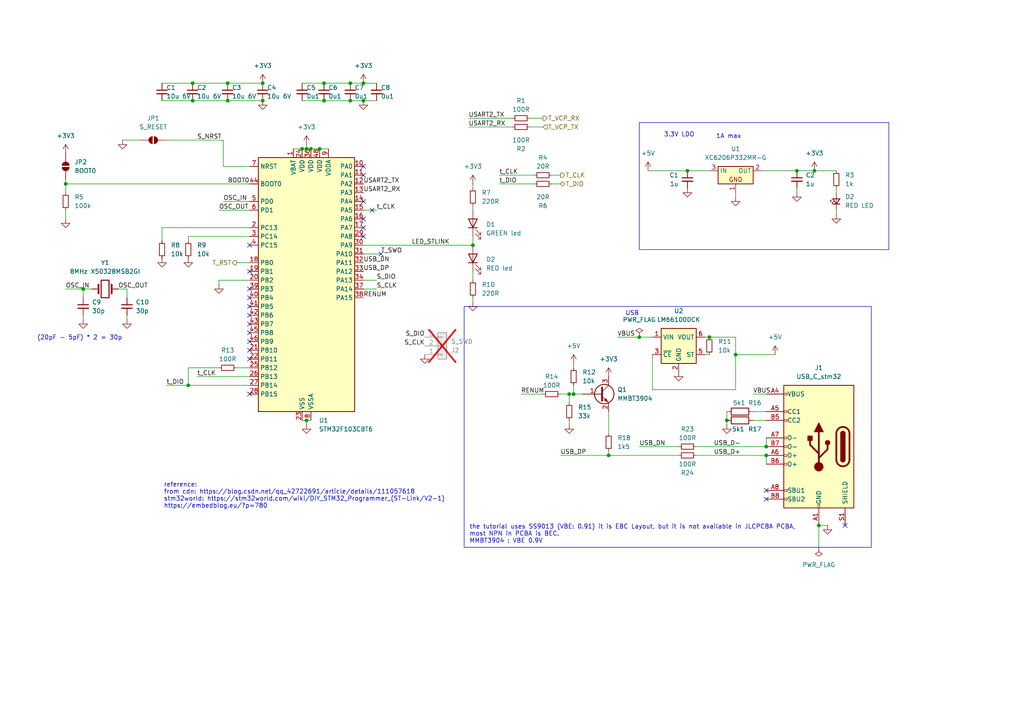
<source format=kicad_sch>
(kicad_sch (version 20231120) (generator "eeschema") (generator_version "8.0")
  (paper "A4")
  (title_block (title "STlink") (date "2025-05-04") (rev "1.0") (company "NTURacing Team") (comment 1 "Jack Kuo"))
  (lib_symbols
    (symbol "Connector:USB_C_Receptacle_USB2.0_16P" (pin_names (offset 1.016))
      (property "Reference" "J" (at 0 22.225 0))
      (property "Value" "USB_C_Receptacle_USB2.0_16P" (at 0 19.685 0))
      (symbol "USB_C_Receptacle_USB2.0_16P_0_0"
        (rectangle (start -0.254 -17.78) (end 0.254 -16.764))
        (rectangle (start 10.16 -14.986) (end 9.144 -15.494))
        (rectangle (start 10.16 -12.446) (end 9.144 -12.954))
        (rectangle (start 10.16 -4.826) (end 9.144 -5.334))
        (rectangle (start 10.16 -2.286) (end 9.144 -2.794))
        (rectangle (start 10.16 0.254) (end 9.144 -0.254))
        (rectangle (start 10.16 2.794) (end 9.144 2.286))
        (rectangle (start 10.16 7.874) (end 9.144 7.366))
        (rectangle (start 10.16 10.414) (end 9.144 9.906))
        (rectangle (start 10.16 15.494) (end 9.144 14.986))
      )
      (symbol "USB_C_Receptacle_USB2.0_16P_0_1"
        (rectangle (start -10.16 17.78) (end 10.16 -17.78) (stroke (width 0.254)) (fill (type background)))
        (arc (start -8.89 -3.81) (mid -6.985 -5.7067) (end -5.08 -3.81) (stroke (width 0.508)))
        (arc (start -7.62 -3.81) (mid -6.985 -4.4423) (end -6.35 -3.81) (stroke (width 0.254)))
        (arc (start -7.62 -3.81) (mid -6.985 -4.4423) (end -6.35 -3.81) (stroke (width 0.254)) (fill (type outline)))
        (rectangle (start -7.62 -3.81) (end -6.35 3.81) (stroke (width 0.254)) (fill (type outline)))
        (arc (start -6.35 3.81) (mid -6.985 4.4423) (end -7.62 3.81) (stroke (width 0.254)))
        (arc (start -6.35 3.81) (mid -6.985 4.4423) (end -7.62 3.81) (stroke (width 0.254)) (fill (type outline)))
        (arc (start -5.08 3.81) (mid -6.985 5.7067) (end -8.89 3.81) (stroke (width 0.508)))
        (circle (center -2.54 1.143) (radius 0.635) (stroke (width 0.254)) (fill (type outline)))
        (circle (center 0 -5.842) (radius 1.27) (fill (type outline)))
        (polyline (pts (xy -8.89 -3.81) (xy -8.89 3.81)) (stroke (width 0.508)))
        (polyline (pts (xy -5.08 3.81) (xy -5.08 -3.81)) (stroke (width 0.508)))
        (polyline (pts (xy 0 -5.842) (xy 0 4.318)) (stroke (width 0.508)))
        (polyline (pts (xy 0 -3.302) (xy -2.54 -0.762) (xy -2.54 0.508)) (stroke (width 0.508)))
        (polyline (pts (xy 0 -2.032) (xy 2.54 0.508) (xy 2.54 1.778)) (stroke (width 0.508)))
        (polyline (pts (xy -1.27 4.318) (xy 0 6.858) (xy 1.27 4.318) (xy -1.27 4.318)) (stroke (width 0.254)) (fill (type outline)))
        (rectangle (start 1.905 1.778) (end 3.175 3.048) (stroke (width 0.254)) (fill (type outline)))
      )
      (symbol "USB_C_Receptacle_USB2.0_16P_1_1"
        (pin passive line (at 0 -22.86 90) (length 5.08) (name "GND") (number "A1"))
        (pin passive line (at 0 -22.86 90) (length 5.08) hide (name "GND") (number "A12"))
        (pin passive line (at 15.24 15.24 180) (length 5.08) (name "VBUS") (number "A4"))
        (pin bidirectional line (at 15.24 10.16 180) (length 5.08) (name "CC1") (number "A5"))
        (pin bidirectional line (at 15.24 -2.54 180) (length 5.08) (name "D+") (number "A6"))
        (pin bidirectional line (at 15.24 2.54 180) (length 5.08) (name "D-") (number "A7"))
        (pin bidirectional line (at 15.24 -12.7 180) (length 5.08) (name "SBU1") (number "A8"))
        (pin passive line (at 15.24 15.24 180) (length 5.08) hide (name "VBUS") (number "A9"))
        (pin passive line (at 0 -22.86 90) (length 5.08) hide (name "GND") (number "B1"))
        (pin passive line (at 0 -22.86 90) (length 5.08) hide (name "GND") (number "B12"))
        (pin passive line (at 15.24 15.24 180) (length 5.08) hide (name "VBUS") (number "B4"))
        (pin bidirectional line (at 15.24 7.62 180) (length 5.08) (name "CC2") (number "B5"))
        (pin bidirectional line (at 15.24 -5.08 180) (length 5.08) (name "D+") (number "B6"))
        (pin bidirectional line (at 15.24 0 180) (length 5.08) (name "D-") (number "B7"))
        (pin bidirectional line (at 15.24 -15.24 180) (length 5.08) (name "SBU2") (number "B8"))
        (pin passive line (at 15.24 15.24 180) (length 5.08) hide (name "VBUS") (number "B9"))
        (pin passive line (at -7.62 -22.86 90) (length 5.08) (name "SHIELD") (number "S1"))
      )
    )
    (symbol "Connector_Generic:Conn_01x03" (pin_names (offset 1.016) hide)
      (property "Reference" "J" (at 0 5.08 0))
      (property "Value" "Conn_01x03" (at 0 -5.08 0))
      (symbol "Conn_01x03_1_1"
        (rectangle (start -1.27 -2.413) (end 0 -2.667) (stroke (width 0.1524)))
        (rectangle (start -1.27 0.127) (end 0 -0.127) (stroke (width 0.1524)))
        (rectangle (start -1.27 2.667) (end 0 2.413) (stroke (width 0.1524)))
        (rectangle (start -1.27 3.81) (end 1.27 -3.81) (stroke (width 0.254)) (fill (type background)))
        (pin passive line (at -5.08 2.54 0) (length 3.81) (name "Pin_1") (number "1"))
        (pin passive line (at -5.08 0 0) (length 3.81) (name "Pin_2") (number "2"))
        (pin passive line (at -5.08 -2.54 0) (length 3.81) (name "Pin_3") (number "3"))
      )
    )
    (symbol "Device:C_Small" (pin_numbers hide) (pin_names (offset 0.254) hide)
      (property "Reference" "C" (at 0.254 1.778 0))
      (property "Value" "C_Small" (at 0.254 -2.032 0))
      (symbol "C_Small_0_1"
        (polyline (pts (xy -1.524 -0.508) (xy 1.524 -0.508)) (stroke (width 0.3302)))
        (polyline (pts (xy -1.524 0.508) (xy 1.524 0.508)) (stroke (width 0.3048)))
      )
      (symbol "C_Small_1_1"
        (pin passive line (at 0 2.54 270) (length 2.032) (name "~") (number "1"))
        (pin passive line (at 0 -2.54 90) (length 2.032) (name "~") (number "2"))
      )
    )
    (symbol "Device:Crystal" (pin_numbers hide) (pin_names (offset 1.016) hide)
      (property "Reference" "Y" (at 0 3.81 0))
      (property "Value" "Crystal" (at 0 -3.81 0))
      (symbol "Crystal_0_1"
        (rectangle (start -1.143 2.54) (end 1.143 -2.54) (stroke (width 0.3048)))
        (polyline (pts (xy -2.54 0) (xy -1.905 0)))
        (polyline (pts (xy -1.905 -1.27) (xy -1.905 1.27)) (stroke (width 0.508)))
        (polyline (pts (xy 1.905 -1.27) (xy 1.905 1.27)) (stroke (width 0.508)))
        (polyline (pts (xy 2.54 0) (xy 1.905 0)))
      )
      (symbol "Crystal_1_1"
        (pin passive line (at -3.81 0 0) (length 1.27) (name "1") (number "1"))
        (pin passive line (at 3.81 0 180) (length 1.27) (name "2") (number "2"))
      )
    )
    (symbol "Device:LED" (pin_numbers hide) (pin_names (offset 1.016) hide)
      (property "Reference" "D" (at 0 2.54 0))
      (property "Value" "LED" (at 0 -2.54 0))
      (symbol "LED_0_1"
        (polyline (pts (xy -1.27 -1.27) (xy -1.27 1.27)) (stroke (width 0.254)))
        (polyline (pts (xy -1.27 0) (xy 1.27 0)))
        (polyline (pts (xy 1.27 -1.27) (xy 1.27 1.27) (xy -1.27 0) (xy 1.27 -1.27)) (stroke (width 0.254)))
        (polyline (pts (xy -3.048 -0.762) (xy -4.572 -2.286) (xy -3.81 -2.286) (xy -4.572 -2.286) (xy -4.572 -1.524)))
        (polyline (pts (xy -1.778 -0.762) (xy -3.302 -2.286) (xy -2.54 -2.286) (xy -3.302 -2.286) (xy -3.302 -1.524)))
      )
      (symbol "LED_1_1"
        (pin passive line (at -3.81 0 0) (length 2.54) (name "K") (number "1"))
        (pin passive line (at 3.81 0 180) (length 2.54) (name "A") (number "2"))
      )
    )
    (symbol "Device:LED_Small" (pin_numbers hide) (pin_names (offset 0.254) hide)
      (property "Reference" "D" (at -1.27 3.175 0))
      (property "Value" "LED_Small" (at -4.445 -2.54 0))
      (symbol "LED_Small_0_1"
        (polyline (pts (xy -0.762 -1.016) (xy -0.762 1.016)) (stroke (width 0.254)))
        (polyline (pts (xy 1.016 0) (xy -0.762 0)))
        (polyline (pts (xy 0.762 -1.016) (xy -0.762 0) (xy 0.762 1.016) (xy 0.762 -1.016)) (stroke (width 0.254)))
        (polyline (pts (xy 0 0.762) (xy -0.508 1.27) (xy -0.254 1.27) (xy -0.508 1.27) (xy -0.508 1.016)))
        (polyline (pts (xy 0.508 1.27) (xy 0 1.778) (xy 0.254 1.778) (xy 0 1.778) (xy 0 1.524)))
      )
      (symbol "LED_Small_1_1"
        (pin passive line (at -2.54 0 0) (length 1.778) (name "K") (number "1"))
        (pin passive line (at 2.54 0 180) (length 1.778) (name "A") (number "2"))
      )
    )
    (symbol "Device:R" (pin_numbers hide) (pin_names (offset 0))
      (property "Reference" "R" (at 2.032 0 90))
      (property "Value" "R" (at 0 0 90))
      (symbol "R_0_1"
        (rectangle (start -1.016 -2.54) (end 1.016 2.54) (stroke (width 0.254)))
      )
      (symbol "R_1_1"
        (pin passive line (at 0 3.81 270) (length 1.27) (name "~") (number "1"))
        (pin passive line (at 0 -3.81 90) (length 1.27) (name "~") (number "2"))
      )
    )
    (symbol "Device:R_Small" (pin_numbers hide) (pin_names (offset 0.254) hide)
      (property "Reference" "R" (at 0.762 0.508 0))
      (property "Value" "R_Small" (at 0.762 -1.016 0))
      (symbol "R_Small_0_1"
        (rectangle (start -0.762 1.778) (end 0.762 -1.778) (stroke (width 0.2032)))
      )
      (symbol "R_Small_1_1"
        (pin passive line (at 0 2.54 270) (length 0.762) (name "~") (number "1"))
        (pin passive line (at 0 -2.54 90) (length 0.762) (name "~") (number "2"))
      )
    )
    (symbol "Jumper:SolderJumper_2_Open" (pin_numbers hide) (pin_names (offset 0) hide) (exclude_from_sim yes) (in_bom no)
      (property "Reference" "JP" (at 0 2.032 0))
      (property "Value" "SolderJumper_2_Open" (at 0 -2.54 0))
      (symbol "SolderJumper_2_Open_0_1"
        (arc (start -0.254 1.016) (mid -1.2656 0) (end -0.254 -1.016))
        (arc (start -0.254 1.016) (mid -1.2656 0) (end -0.254 -1.016) (fill (type outline)))
        (polyline (pts (xy -0.254 1.016) (xy -0.254 -1.016)))
        (polyline (pts (xy 0.254 1.016) (xy 0.254 -1.016)))
        (arc (start 0.254 -1.016) (mid 1.2656 0) (end 0.254 1.016))
        (arc (start 0.254 -1.016) (mid 1.2656 0) (end 0.254 1.016) (fill (type outline)))
      )
      (symbol "SolderJumper_2_Open_1_1"
        (pin passive line (at -3.81 0 0) (length 2.54) (name "A") (number "1"))
        (pin passive line (at 3.81 0 180) (length 2.54) (name "B") (number "2"))
      )
    )
    (symbol "MCU_ST_STM32F1:STM32F103CBTx"
      (property "Reference" "U" (at -12.7 39.37 0))
      (property "Value" "STM32F103CBTx" (at 10.16 39.37 0))
      (symbol "STM32F103CBTx_0_1"
        (rectangle (start -12.7 -35.56) (end 15.24 38.1) (stroke (width 0.254)) (fill (type background)))
      )
      (symbol "STM32F103CBTx_1_1"
        (pin power_in line (at -2.54 40.64 270) (length 2.54) (name "VBAT") (number "1"))
        (pin bidirectional line (at 17.78 35.56 180) (length 2.54) (name "PA0") (number "10"))
        (pin bidirectional line (at 17.78 33.02 180) (length 2.54) (name "PA1") (number "11"))
        (pin bidirectional line (at 17.78 30.48 180) (length 2.54) (name "PA2") (number "12"))
        (pin bidirectional line (at 17.78 27.94 180) (length 2.54) (name "PA3") (number "13"))
        (pin bidirectional line (at 17.78 25.4 180) (length 2.54) (name "PA4") (number "14"))
        (pin bidirectional line (at 17.78 22.86 180) (length 2.54) (name "PA5") (number "15"))
        (pin bidirectional line (at 17.78 20.32 180) (length 2.54) (name "PA6") (number "16"))
        (pin bidirectional line (at 17.78 17.78 180) (length 2.54) (name "PA7") (number "17"))
        (pin bidirectional line (at -15.24 7.62 0) (length 2.54) (name "PB0") (number "18"))
        (pin bidirectional line (at -15.24 5.08 0) (length 2.54) (name "PB1") (number "19"))
        (pin bidirectional line (at -15.24 17.78 0) (length 2.54) (name "PC13") (number "2"))
        (pin bidirectional line (at -15.24 2.54 0) (length 2.54) (name "PB2") (number "20"))
        (pin bidirectional line (at -15.24 -17.78 0) (length 2.54) (name "PB10") (number "21"))
        (pin bidirectional line (at -15.24 -20.32 0) (length 2.54) (name "PB11") (number "22"))
        (pin power_in line (at 0 -38.1 90) (length 2.54) (name "VSS") (number "23"))
        (pin power_in line (at 0 40.64 270) (length 2.54) (name "VDD") (number "24"))
        (pin bidirectional line (at -15.24 -22.86 0) (length 2.54) (name "PB12") (number "25"))
        (pin bidirectional line (at -15.24 -25.4 0) (length 2.54) (name "PB13") (number "26"))
        (pin bidirectional line (at -15.24 -27.94 0) (length 2.54) (name "PB14") (number "27"))
        (pin bidirectional line (at -15.24 -30.48 0) (length 2.54) (name "PB15") (number "28"))
        (pin bidirectional line (at 17.78 15.24 180) (length 2.54) (name "PA8") (number "29"))
        (pin bidirectional line (at -15.24 15.24 0) (length 2.54) (name "PC14") (number "3"))
        (pin bidirectional line (at 17.78 12.7 180) (length 2.54) (name "PA9") (number "30"))
        (pin bidirectional line (at 17.78 10.16 180) (length 2.54) (name "PA10") (number "31"))
        (pin bidirectional line (at 17.78 7.62 180) (length 2.54) (name "PA11") (number "32"))
        (pin bidirectional line (at 17.78 5.08 180) (length 2.54) (name "PA12") (number "33"))
        (pin bidirectional line (at 17.78 2.54 180) (length 2.54) (name "PA13") (number "34"))
        (pin passive line (at 0 -38.1 90) (length 2.54) hide (name "VSS") (number "35"))
        (pin power_in line (at 2.54 40.64 270) (length 2.54) (name "VDD") (number "36"))
        (pin bidirectional line (at 17.78 0 180) (length 2.54) (name "PA14") (number "37"))
        (pin bidirectional line (at 17.78 -2.54 180) (length 2.54) (name "PA15") (number "38"))
        (pin bidirectional line (at -15.24 0 0) (length 2.54) (name "PB3") (number "39"))
        (pin bidirectional line (at -15.24 12.7 0) (length 2.54) (name "PC15") (number "4"))
        (pin bidirectional line (at -15.24 -2.54 0) (length 2.54) (name "PB4") (number "40"))
        (pin bidirectional line (at -15.24 -5.08 0) (length 2.54) (name "PB5") (number "41"))
        (pin bidirectional line (at -15.24 -7.62 0) (length 2.54) (name "PB6") (number "42"))
        (pin bidirectional line (at -15.24 -10.16 0) (length 2.54) (name "PB7") (number "43"))
        (pin input line (at -15.24 30.48 0) (length 2.54) (name "BOOT0") (number "44"))
        (pin bidirectional line (at -15.24 -12.7 0) (length 2.54) (name "PB8") (number "45"))
        (pin bidirectional line (at -15.24 -15.24 0) (length 2.54) (name "PB9") (number "46"))
        (pin passive line (at 0 -38.1 90) (length 2.54) hide (name "VSS") (number "47"))
        (pin power_in line (at 5.08 40.64 270) (length 2.54) (name "VDD") (number "48"))
        (pin bidirectional line (at -15.24 25.4 0) (length 2.54) (name "PD0") (number "5"))
        (pin bidirectional line (at -15.24 22.86 0) (length 2.54) (name "PD1") (number "6"))
        (pin input line (at -15.24 35.56 0) (length 2.54) (name "NRST") (number "7"))
        (pin power_in line (at 2.54 -38.1 90) (length 2.54) (name "VSSA") (number "8"))
        (pin power_in line (at 7.62 40.64 270) (length 2.54) (name "VDDA") (number "9"))
      )
    )
    (symbol "PCM_Voltage_Regulator_AKL:Regulator_Generic_GND_OUT_IN"
      (property "Reference" "U" (at 0 6.35 0))
      (property "Value" "Regulator_Generic_GND_OUT_IN" (at 0 3.81 0))
      (symbol "Regulator_Generic_GND_OUT_IN_0_0"
        (rectangle (start -5.08 1.27) (end 5.08 -3.81) (stroke (width 0.254)) (fill (type background)))
        (text "GND" (at 0 -2.54 0) (effects (font (size 1.27 1.27))))
      )
      (symbol "Regulator_Generic_GND_OUT_IN_1_1"
        (pin power_in line (at 0 -6.35 90) (length 2.54) (name "~") (number "1"))
        (pin power_out line (at 7.62 0 180) (length 2.54) (name "OUT") (number "2"))
        (pin power_in line (at -7.62 0 0) (length 2.54) (name "IN") (number "3"))
      )
    )
    (symbol "Power_Management:LM66100DCK"
      (property "Reference" "U" (at -5.08 6.096 0))
      (property "Value" "LM66100DCK" (at 0.254 -6.35 0))
      (symbol "LM66100DCK_0_1"
        (rectangle (start -5.08 5.08) (end 5.08 -5.08) (stroke (width 0.254)) (fill (type background)))
      )
      (symbol "LM66100DCK_1_1"
        (pin power_in line (at -7.62 2.54 0) (length 2.54) (name "VIN") (number "1"))
        (pin power_in line (at 0 -7.62 90) (length 2.54) (name "GND") (number "2"))
        (pin input line (at -7.62 -2.54 0) (length 2.54) (name "~{CE}") (number "3"))
        (pin no_connect line (at 0 5.08 270) (length 2.54) hide (name "NC") (number "4"))
        (pin open_collector line (at 7.62 -2.54 180) (length 2.54) (name "ST") (number "5"))
        (pin power_out line (at 7.62 2.54 180) (length 2.54) (name "VOUT") (number "6"))
      )
    )
    (symbol "Transistor_BJT:MMBT3904" (pin_names (offset 0) hide)
      (property "Reference" "Q" (at 5.08 1.905 0))
      (property "Value" "MMBT3904" (at 5.08 0 0))
      (symbol "MMBT3904_0_1"
        (polyline (pts (xy 0.635 0.635) (xy 2.54 2.54)))
        (polyline (pts (xy 0.635 -0.635) (xy 2.54 -2.54) (xy 2.54 -2.54)))
        (polyline (pts (xy 0.635 1.905) (xy 0.635 -1.905) (xy 0.635 -1.905)) (stroke (width 0.508)))
        (polyline (pts (xy 1.27 -1.778) (xy 1.778 -1.27) (xy 2.286 -2.286) (xy 1.27 -1.778) (xy 1.27 -1.778)) (fill (type outline)))
        (circle (center 1.27 0) (radius 2.8194) (stroke (width 0.254)))
      )
      (symbol "MMBT3904_1_1"
        (pin input line (at -5.08 0 0) (length 5.715) (name "B") (number "1"))
        (pin passive line (at 2.54 -5.08 90) (length 2.54) (name "E") (number "2"))
        (pin passive line (at 2.54 5.08 270) (length 2.54) (name "C") (number "3"))
      )
    )
    (symbol "power:+3V3" (power) (pin_numbers hide) (pin_names (offset 0) hide)
      (property "Value" "+3V3" (at 0 3.556 0))
      (symbol "+3V3_0_1"
        (polyline (pts (xy -0.762 1.27) (xy 0 2.54)))
        (polyline (pts (xy 0 0) (xy 0 2.54)))
        (polyline (pts (xy 0 2.54) (xy 0.762 1.27)))
      )
      (symbol "+3V3_1_1"
        (pin power_in line (at 0 0 90) (length 0) (name "~") (number "1"))
      )
    )
    (symbol "power:+5V" (power) (pin_numbers hide) (pin_names (offset 0) hide)
      (property "Value" "+5V" (at 0 3.556 0))
      (symbol "+5V_0_1"
        (polyline (pts (xy -0.762 1.27) (xy 0 2.54)))
        (polyline (pts (xy 0 0) (xy 0 2.54)))
        (polyline (pts (xy 0 2.54) (xy 0.762 1.27)))
      )
      (symbol "+5V_1_1"
        (pin power_in line (at 0 0 90) (length 0) (name "~") (number "1"))
      )
    )
    (symbol "power:GND" (power) (pin_numbers hide) (pin_names (offset 0) hide)
      (property "Value" "GND" (at 0 -3.81 0))
      (symbol "GND_0_1"
        (polyline (pts (xy 0 0) (xy 0 -1.27) (xy 1.27 -1.27) (xy 0 -2.54) (xy -1.27 -1.27) (xy 0 -1.27)))
      )
      (symbol "GND_1_1"
        (pin power_in line (at 0 0 270) (length 0) (name "~") (number "1"))
      )
    )
    (symbol "power:PWR_FLAG" (power) (pin_numbers hide) (pin_names (offset 0) hide)
      (property "Value" "PWR_FLAG" (at 0 3.81 0))
      (symbol "PWR_FLAG_0_0"
        (pin power_out line (at 0 0 90) (length 0) (name "~") (number "1"))
      )
      (symbol "PWR_FLAG_0_1"
        (polyline (pts (xy 0 0) (xy 0 1.27) (xy -1.016 1.905) (xy 0 2.54) (xy 1.016 1.905) (xy 0 1.27)))
      )
    )
  )
  (junction (at 93.98 24.13))
  (junction (at 87.63 43.18))
  (junction (at 222.25 129.54))
  (junction (at 105.41 24.13))
  (junction (at 93.98 29.21))
  (junction (at 231.14 49.53))
  (junction (at 165.1 114.3))
  (junction (at 166.37 114.3))
  (junction (at 24.13 83.82))
  (junction (at 92.71 43.18))
  (junction (at 88.9 121.92))
  (junction (at 88.9 43.18))
  (junction (at 66.04 29.21))
  (junction (at 237.49 152.4))
  (junction (at 19.05 53.34))
  (junction (at 76.2 24.13))
  (junction (at 54.61 111.76))
  (junction (at 55.88 29.21))
  (junction (at 66.04 24.13))
  (junction (at 137.16 71.12))
  (junction (at 176.53 132.08))
  (junction (at 55.88 24.13))
  (junction (at 105.41 29.21))
  (junction (at 101.6 24.13))
  (junction (at 236.22 49.53))
  (junction (at 76.2 29.21))
  (junction (at 101.6 29.21))
  (junction (at 185.42 97.79))
  (junction (at 213.36 102.87))
  (junction (at 90.17 43.18))
  (junction (at 199.39 49.53))
  (junction (at 210.82 121.92))
  (junction (at 222.25 132.08))
  (junction (at 205.74 97.79))
  (no_connect (at 72.39 104.14))
  (no_connect (at 72.39 86.36))
  (no_connect (at 72.39 93.98))
  (no_connect (at 72.39 71.12))
  (no_connect (at 72.39 78.74))
  (no_connect (at 105.41 48.26))
  (no_connect (at 72.39 114.3))
  (no_connect (at 245.11 152.4))
  (no_connect (at 105.41 58.42))
  (no_connect (at 110.49 73.66))
  (no_connect (at 222.25 144.78))
  (no_connect (at 72.39 99.06))
  (no_connect (at 105.41 63.5))
  (no_connect (at 72.39 91.44))
  (no_connect (at 72.39 83.82))
  (no_connect (at 105.41 50.8))
  (no_connect (at 72.39 96.52))
  (no_connect (at 222.25 142.24))
  (no_connect (at 107.95 60.96))
  (no_connect (at 105.41 66.04))
  (no_connect (at 105.41 68.58))
  (no_connect (at 72.39 88.9))
  (no_connect (at 72.39 101.6))
  (wire (pts (xy 137.16 81.28) (xy 137.16 78.74)))
  (wire (pts (xy 137.16 87.63) (xy 137.16 86.36)))
  (wire (pts (xy 88.9 41.91) (xy 88.9 43.18)))
  (wire (pts (xy 199.39 49.53) (xy 205.74 49.53)))
  (wire (pts (xy 88.9 43.18) (xy 87.63 43.18)))
  (wire (pts (xy 137.16 71.12) (xy 137.16 68.58)))
  (wire (pts (xy 162.56 132.08) (xy 176.53 132.08)))
  (wire (pts (xy 92.71 43.18) (xy 95.25 43.18)))
  (wire (pts (xy 40.64 40.64) (xy 35.56 40.64)))
  (wire (pts (xy 109.22 60.96) (xy 105.41 60.96)))
  (wire (pts (xy 46.99 29.21) (xy 55.88 29.21)))
  (wire (pts (xy 88.9 121.92) (xy 87.63 121.92)))
  (wire (pts (xy 48.26 111.76) (xy 54.61 111.76)))
  (wire (pts (xy 63.5 106.68) (xy 54.61 106.68)))
  (wire (pts (xy 213.36 102.87) (xy 213.36 97.79)))
  (wire (pts (xy 166.37 111.76) (xy 166.37 114.3)))
  (wire (pts (xy 90.17 43.18) (xy 92.71 43.18)))
  (wire (pts (xy 19.05 55.88) (xy 19.05 53.34)))
  (wire (pts (xy 55.88 29.21) (xy 66.04 29.21)))
  (wire (pts (xy 231.14 55.88) (xy 231.14 54.61)))
  (wire (pts (xy 64.77 48.26) (xy 72.39 48.26)))
  (wire (pts (xy 54.61 106.68) (xy 54.61 111.76)))
  (wire (pts (xy 189.23 102.87) (xy 189.23 113.03)))
  (wire (pts (xy 24.13 83.82) (xy 26.67 83.82)))
  (wire (pts (xy 88.9 43.18) (xy 90.17 43.18)))
  (wire (pts (xy 68.58 76.2) (xy 72.39 76.2)))
  (wire (pts (xy 105.41 71.12) (xy 137.16 71.12)))
  (wire (pts (xy 166.37 105.41) (xy 166.37 106.68)))
  (wire (pts (xy 66.04 24.13) (xy 76.2 24.13)))
  (wire (pts (xy 176.53 132.08) (xy 196.85 132.08)))
  (wire (pts (xy 196.85 129.54) (xy 185.42 129.54)))
  (wire (pts (xy 46.99 69.85) (xy 46.99 66.04)))
  (wire (pts (xy 220.98 49.53) (xy 231.14 49.53)))
  (wire (pts (xy 87.63 43.18) (xy 85.09 43.18)))
  (wire (pts (xy 218.44 121.92) (xy 222.25 121.92)))
  (wire (pts (xy 105.41 83.82) (xy 109.22 83.82)))
  (wire (pts (xy 222.25 127) (xy 222.25 129.54)))
  (wire (pts (xy 57.15 109.22) (xy 72.39 109.22)))
  (wire (pts (xy 24.13 91.44) (xy 24.13 92.71)))
  (wire (pts (xy 34.29 83.82) (xy 36.83 83.82)))
  (wire (pts (xy 137.16 59.69) (xy 137.16 60.96)))
  (wire (pts (xy 166.37 114.3) (xy 168.91 114.3)))
  (wire (pts (xy 101.6 24.13) (xy 105.41 24.13)))
  (wire (pts (xy 153.67 34.29) (xy 157.48 34.29)))
  (wire (pts (xy 48.26 40.64) (xy 64.77 40.64)))
  (wire (pts (xy 19.05 83.82) (xy 24.13 83.82)))
  (wire (pts (xy 151.13 114.3) (xy 157.48 114.3)))
  (wire (pts (xy 160.02 53.34) (xy 162.56 53.34)))
  (wire (pts (xy 87.63 24.13) (xy 93.98 24.13)))
  (wire (pts (xy 237.49 152.4) (xy 237.49 158.75)))
  (wire (pts (xy 160.02 50.8) (xy 162.56 50.8)))
  (wire (pts (xy 105.41 24.13) (xy 109.22 24.13)))
  (wire (pts (xy 24.13 83.82) (xy 24.13 86.36)))
  (wire (pts (xy 218.44 119.38) (xy 222.25 119.38)))
  (wire (pts (xy 105.41 81.28) (xy 109.22 81.28)))
  (wire (pts (xy 213.36 113.03) (xy 213.36 102.87)))
  (wire (pts (xy 218.44 114.3) (xy 222.25 114.3)))
  (wire (pts (xy 135.89 34.29) (xy 148.59 34.29)))
  (wire (pts (xy 165.1 114.3) (xy 166.37 114.3)))
  (wire (pts (xy 46.99 24.13) (xy 55.88 24.13)))
  (wire (pts (xy 213.36 102.87) (xy 224.79 102.87)))
  (wire (pts (xy 153.67 36.83) (xy 157.48 36.83)))
  (wire (pts (xy 36.83 86.36) (xy 36.83 83.82)))
  (wire (pts (xy 101.6 29.21) (xy 105.41 29.21)))
  (wire (pts (xy 210.82 119.38) (xy 210.82 121.92)))
  (wire (pts (xy 185.42 97.79) (xy 189.23 97.79)))
  (wire (pts (xy 64.77 48.26) (xy 64.77 40.64)))
  (wire (pts (xy 135.89 36.83) (xy 148.59 36.83)))
  (wire (pts (xy 55.88 24.13) (xy 66.04 24.13)))
  (wire (pts (xy 105.41 29.21) (xy 109.22 29.21)))
  (wire (pts (xy 54.61 68.58) (xy 54.61 69.85)))
  (wire (pts (xy 201.93 132.08) (xy 222.25 132.08)))
  (wire (pts (xy 63.5 60.96) (xy 72.39 60.96)))
  (wire (pts (xy 93.98 29.21) (xy 101.6 29.21)))
  (wire (pts (xy 179.07 97.79) (xy 185.42 97.79)))
  (wire (pts (xy 201.93 129.54) (xy 222.25 129.54)))
  (wire (pts (xy 63.5 81.28) (xy 63.5 82.55)))
  (wire (pts (xy 176.53 125.73) (xy 176.53 119.38)))
  (wire (pts (xy 231.14 49.53) (xy 236.22 49.53)))
  (wire (pts (xy 87.63 29.21) (xy 93.98 29.21)))
  (wire (pts (xy 162.56 114.3) (xy 165.1 114.3)))
  (wire (pts (xy 88.9 121.92) (xy 90.17 121.92)))
  (wire (pts (xy 187.96 49.53) (xy 199.39 49.53)))
  (wire (pts (xy 205.74 97.79) (xy 213.36 97.79)))
  (wire (pts (xy 240.03 152.4) (xy 237.49 152.4)))
  (wire (pts (xy 54.61 111.76) (xy 72.39 111.76)))
  (wire (pts (xy 165.1 123.19) (xy 165.1 121.92)))
  (wire (pts (xy 213.36 57.15) (xy 213.36 55.88)))
  (wire (pts (xy 72.39 68.58) (xy 54.61 68.58)))
  (wire (pts (xy 19.05 53.34) (xy 72.39 53.34)))
  (wire (pts (xy 19.05 63.5) (xy 19.05 60.96)))
  (wire (pts (xy 93.98 24.13) (xy 101.6 24.13)))
  (wire (pts (xy 242.57 62.23) (xy 242.57 60.96)))
  (wire (pts (xy 36.83 91.44) (xy 36.83 92.71)))
  (wire (pts (xy 154.94 53.34) (xy 144.78 53.34)))
  (wire (pts (xy 46.99 66.04) (xy 72.39 66.04)))
  (wire (pts (xy 105.41 73.66) (xy 110.49 73.66)))
  (wire (pts (xy 88.9 121.92) (xy 88.9 123.19)))
  (wire (pts (xy 204.47 97.79) (xy 205.74 97.79)))
  (wire (pts (xy 236.22 49.53) (xy 242.57 49.53)))
  (wire (pts (xy 189.23 113.03) (xy 213.36 113.03)))
  (wire (pts (xy 68.58 106.68) (xy 72.39 106.68)))
  (wire (pts (xy 72.39 81.28) (xy 63.5 81.28)))
  (wire (pts (xy 204.47 102.87) (xy 205.74 102.87)))
  (wire (pts (xy 144.78 50.8) (xy 154.94 50.8)))
  (wire (pts (xy 64.77 58.42) (xy 72.39 58.42)))
  (wire (pts (xy 137.16 54.61) (xy 137.16 53.34)))
  (wire (pts (xy 242.57 54.61) (xy 242.57 55.88)))
  (wire (pts (xy 176.53 130.81) (xy 176.53 132.08)))
  (wire (pts (xy 165.1 116.84) (xy 165.1 114.3)))
  (wire (pts (xy 19.05 52.07) (xy 19.05 53.34)))
  (wire (pts (xy 66.04 29.21) (xy 76.2 29.21)))
  (wire (pts (xy 210.82 121.92) (xy 210.82 123.19)))
  (wire (pts (xy 222.25 132.08) (xy 222.25 134.62)))
  (rectangle (start 185.42 35.56) (end 257.81 72.39))
  (rectangle (start 134.62 88.9) (end 252.73 158.75))
  (text "the tutorial uses SS9013 (VBE: 0.91) it is EBC Layout, but it is not available in JLCPCBA PCBA,\nmost NPN in PCBA is BEC.\nMMBT3904 : VBE 0.9V" (at 136.144 154.94 0) (effects (font (size 1.27 1.27)) (justify left)))
  (text "3.3V LDO" (at 192.532 39.878 0) (effects (font (size 1.27 1.27)) (justify left bottom)))
  (text "(20pF - 5pF) * 2 = 30p" (at 23.114 98.044 0) (effects (font (size 1.27 1.27))))
  (text "USB" (at 181.356 91.694 0) (effects (font (size 1.27 1.27)) (justify left bottom)))
  (text "1A max" (at 211.328 39.624 0) (effects (font (size 1.27 1.27))))
  (text "reference:\nfrom cdn: https://blog.csdn.net/qq_42722691/article/details/111057618\nstm32world: https://stm32world.com/wiki/DIY_STM32_Programmer_(ST-Link/V2-1)\nhttps://embedblog.eu/?p=780" (at 47.498 139.954 0) (effects (font (size 1.27 1.27)) (justify left top)))
  (label "t_CLK" (at 57.15 109.22 0))
  (label "S_DIO" (at 109.22 81.28 0))
  (label "OSC_OUT" (at 63.5 60.96 0))
  (label "T_SWO" (at 110.49 73.66 0))
  (label "t_CLK" (at 144.78 50.8 0))
  (label "USB_DN" (at 185.42 129.54 0))
  (label "OSC_IN" (at 64.77 58.42 0))
  (label "t_CLK" (at 109.22 60.96 0))
  (label "OSC_IN" (at 19.05 83.82 0))
  (label "USART2_TX" (at 135.89 34.29 0))
  (label "S_CLK" (at 123.19 100.33 180))
  (label "USB_D-" (at 207.01 129.54 0))
  (label "USART2_RX" (at 105.41 55.88 0))
  (label "S_DIO" (at 123.19 97.79 180))
  (label "USART2_RX" (at 135.89 36.83 0))
  (label "USB_D+" (at 207.01 132.08 0))
  (label "USB_DN" (at 105.41 76.2 0))
  (label "t_DIO" (at 48.26 111.76 0))
  (label "VBUS" (at 179.07 97.79 0))
  (label "OSC_OUT" (at 34.29 83.82 0))
  (label "RENUM" (at 105.41 86.36 0))
  (label "S_NRST" (at 57.15 40.64 0))
  (label "t_DIO" (at 144.78 53.34 0))
  (label "RENUM" (at 151.13 114.3 0))
  (label "BOOT0" (at 66.04 53.34 0))
  (label "VBUS" (at 218.44 114.3 0))
  (label "LED_STLINK" (at 119.38 71.12 0))
  (label "S_CLK" (at 109.22 83.82 0))
  (label "USB_DP" (at 162.56 132.08 0))
  (label "USART2_TX" (at 105.41 53.34 0))
  (label "USB_DP" (at 105.41 78.74 0))
  (hierarchical_label "T_VCP_RX" (shape output) (at 157.48 34.29 0))
  (hierarchical_label "T_VCP_TX" (shape input) (at 157.48 36.83 0))
  (hierarchical_label "T_CLK" (shape output) (at 162.56 50.8 0))
  (hierarchical_label "T_DIO" (shape bidirectional) (at 162.56 53.34 0))
  (hierarchical_label "T_RST" (shape output) (at 68.58 76.2 180))
  (symbol (lib_id "Device:R_Small") (at 176.53 128.27 0) (unit 1)
    (property "Reference" "R18" (at 179.07 127 0) (effects (justify left)))
    (property "Value" "1k5" (at 179.07 129.54 0) (effects (justify left)))
    (property "Footprint" "Resistor_SMD:R_0402_1005Metric" (effects (hide yes)))
    (property "Description" "Resistor, small symbol" (effects (hide yes)))
  )
  (symbol (lib_id "power:GND") (at 196.85 107.95 0) (unit 1)
    (property "Reference" "#PWR019" (effects (hide yes)))
    (property "Value" "GND" (effects (hide yes)))
    (property "Description" "Power symbol creates a global label with name \"GND\" , ground" (effects (hide yes)))
  )
  (symbol (lib_id "Jumper:SolderJumper_2_Open") (at 44.45 40.64 0) (unit 1) (exclude_from_sim yes) (in_bom no)
    (property "Reference" "JP1" (at 44.45 34.29 0))
    (property "Value" "S_RESET" (at 44.45 36.83 0))
    (property "Footprint" "Jumper:SolderJumper-2_P1.3mm_Open_RoundedPad1.0x1.5mm" (effects (hide yes)))
    (property "Description" "Solder Jumper, 2-pole, open" (effects (hide yes)))
  )
  (symbol (lib_id "power:+3V3") (at 176.53 109.22 0) (unit 1)
    (property "Reference" "#PWR020" (effects (hide yes)))
    (property "Value" "+3V3" (at 176.53 104.14 0))
    (property "Description" "Power symbol creates a global label with name \"+3V3\"" (effects (hide yes)))
  )
  (symbol (lib_id "Device:R_Small") (at 160.02 114.3 90) (unit 1)
    (property "Reference" "R14" (at 160.02 109.22 90))
    (property "Value" "100R" (at 160.02 111.76 90))
    (property "Footprint" "Resistor_SMD:R_0402_1005Metric" (effects (hide yes)))
    (property "Description" "Resistor, small symbol" (effects (hide yes)))
  )
  (symbol (lib_id "Device:R_Small") (at 157.48 50.8 90) (unit 1)
    (property "Reference" "R4" (at 157.48 45.72 90))
    (property "Value" "20R" (at 157.48 48.26 90))
    (property "Footprint" "Resistor_SMD:R_0402_1005Metric" (effects (hide yes)))
    (property "Description" "Resistor, small symbol" (effects (hide yes)))
  )
  (symbol (lib_id "power:GND") (at 54.61 74.93 0) (unit 1)
    (property "Reference" "#PWR012" (effects (hide yes)))
    (property "Value" "GND" (effects (hide yes)))
    (property "Description" "Power symbol creates a global label with name \"GND\" , ground" (effects (hide yes)))
  )
  (symbol (lib_id "Device:C_Small") (at 46.99 26.67 0) (unit 1)
    (property "Reference" "C1" (at 48.26 25.4 0) (effects (justify left)))
    (property "Value" "10u 6V" (at 48.26 27.94 0) (effects (justify left)))
    (property "Footprint" "Capacitor_SMD:C_0402_1005Metric" (effects (hide yes)))
    (property "Description" "Unpolarized capacitor, small symbol" (effects (hide yes)))
  )
  (symbol (lib_id "power:+3V3") (at 19.05 44.45 0) (unit 1)
    (property "Reference" "#PWR07" (effects (hide yes)))
    (property "Value" "+3V3" (at 19.05 39.37 0))
    (property "Description" "Power symbol creates a global label with name \"+3V3\"" (effects (hide yes)))
  )
  (symbol (lib_id "Device:C_Small") (at 231.14 52.07 0) (unit 1)
    (property "Reference" "C2" (at 233.68 50.8 0) (effects (justify left)))
    (property "Value" "1u" (at 233.68 53.34 0) (effects (justify left)))
    (property "Footprint" "Capacitor_SMD:C_0603_1608Metric" (effects (hide yes)))
    (property "Description" "Unpolarized capacitor, small symbol" (effects (hide yes)))
  )
  (symbol (lib_id "power:GND") (at 231.14 55.88 0) (unit 1)
    (property "Reference" "#PWR06" (effects (hide yes)))
    (property "Value" "GND" (effects (hide yes)))
    (property "Description" "Power symbol creates a global label with name \"GND\" , ground" (effects (hide yes)))
  )
  (symbol (lib_id "power:GND") (at 123.19 102.87 0) (unit 1)
    (property "Reference" "#PWR026" (effects (hide yes)))
    (property "Value" "GND" (effects (hide yes)))
    (property "Description" "Power symbol creates a global label with name \"GND\" , ground" (effects (hide yes)))
  )
  (symbol (lib_id "Device:R") (at 214.63 119.38 90) (unit 1)
    (property "Reference" "R16" (at 218.948 116.84 90))
    (property "Value" "5k1" (at 214.376 116.84 90))
    (property "Footprint" "Resistor_SMD:R_0402_1005Metric" (effects (hide yes)))
    (property "Description" "Resistor" (effects (hide yes)))
  )
  (symbol (lib_id "power:PWR_FLAG") (at 185.42 97.79 0) (unit 1)
    (property "Reference" "#FLG01" (effects (hide yes)))
    (property "Value" "PWR_FLAG" (at 185.42 92.71 0))
    (property "Description" "Special symbol for telling ERC where power comes from" (effects (hide yes)))
  )
  (symbol (lib_id "Device:LED") (at 137.16 74.93 90) (unit 1)
    (property "Reference" "D2" (at 140.97 75.2474 90) (effects (justify right)))
    (property "Value" "RED led" (at 140.97 77.7874 90) (effects (justify right)))
    (property "Footprint" "LED_SMD:LED_0603_1608Metric" (effects (hide yes)))
    (property "Description" "Light emitting diode" (effects (hide yes)))
  )
  (symbol (lib_id "Device:C_Small") (at 76.2 26.67 0) (unit 1)
    (property "Reference" "C4" (at 77.47 25.4 0) (effects (justify left)))
    (property "Value" "10u 6V" (at 77.47 27.94 0) (effects (justify left)))
    (property "Footprint" "Capacitor_SMD:C_0402_1005Metric" (effects (hide yes)))
    (property "Description" "Unpolarized capacitor, small symbol" (effects (hide yes)))
  )
  (symbol (lib_id "Power_Management:LM66100DCK") (at 196.85 100.33 0) (unit 1)
    (property "Reference" "U2" (at 196.85 90.17 0))
    (property "Value" "LM66100DCK" (at 196.85 92.71 0))
    (property "Footprint" "Package_TO_SOT_SMD:SOT-363_SC-70-6" (effects (hide yes)))
    (property "Datasheet" "https://www.ti.com/lit/ds/symlink/lm66100.pdf" (effects (hide yes)))
    (property "Description" "Ideal Diode With Input Polarity Protection 1.5 - 5.5V  Input Voltage, 1.5A Output Current, Ron 141 mOhm, SC-70-6" (effects (hide yes)))
  )
  (symbol (lib_id "Device:R_Small") (at 199.39 129.54 270) (unit 1)
    (property "Reference" "R23" (at 199.39 124.46 90))
    (property "Value" "100R" (at 199.39 127 90))
    (property "Footprint" "Resistor_SMD:R_0402_1005Metric" (effects (hide yes)))
    (property "Description" "Resistor, small symbol" (effects (hide yes)))
  )
  (symbol (lib_id "power:GND") (at 199.39 54.61 0) (mirror y) (unit 1)
    (property "Reference" "#PWR05" (effects (hide yes)))
    (property "Value" "GND" (effects (hide yes)))
    (property "Description" "Power symbol creates a global label with name \"GND\" , ground" (effects (hide yes)))
  )
  (symbol (lib_id "power:PWR_FLAG") (at 237.49 158.75 180) (unit 1)
    (property "Reference" "#FLG03" (effects (hide yes)))
    (property "Value" "PWR_FLAG" (at 237.49 163.83 0))
    (property "Description" "Special symbol for telling ERC where power comes from" (effects (hide yes)))
  )
  (symbol (lib_id "Device:R_Small") (at 157.48 53.34 90) (mirror x) (unit 1)
    (property "Reference" "R6" (at 157.48 59.69 90))
    (property "Value" "20R" (at 157.48 57.15 90))
    (property "Footprint" "Resistor_SMD:R_0402_1005Metric" (effects (hide yes)))
    (property "Description" "Resistor, small symbol" (effects (hide yes)))
  )
  (symbol (lib_id "Connector:USB_C_Receptacle_USB2.0_16P") (at 237.49 129.54 0) (mirror y) (unit 1)
    (property "Reference" "J1" (at 237.49 106.68 0))
    (property "Value" "USB_C_stm32" (at 237.49 109.22 0))
    (property "Footprint" "Connector_USB:USB_C_Receptacle_GCT_USB4105-xx-A_16P_TopMnt_Horizontal" (effects (hide yes)))
    (property "Datasheet" "https://www.usb.org/sites/default/files/documents/usb_type-c.zip" (effects (hide yes)))
    (property "Description" "USB 2.0-only 16P Type-C Receptacle connector" (effects (hide yes)))
  )
  (symbol (lib_id "power:+3V3") (at 88.9 41.91 0) (unit 1)
    (property "Reference" "#PWR06" (effects (hide yes)))
    (property "Value" "+3V3" (at 88.9 36.83 0))
    (property "Description" "Power symbol creates a global label with name \"+3V3\"" (effects (hide yes)))
  )
  (symbol (lib_id "power:+5V") (at 187.96 49.53 0) (unit 1)
    (property "Reference" "#PWR02" (effects (hide yes)))
    (property "Value" "+5V" (at 187.96 44.45 0))
    (property "Description" "Power symbol creates a global label with name \"+5V\"" (effects (hide yes)))
  )
  (symbol (lib_id "Device:R_Small") (at 54.61 72.39 0) (unit 1)
    (property "Reference" "R9" (at 57.15 71.12 0) (effects (justify left)))
    (property "Value" "10k" (at 57.15 73.66 0) (effects (justify left)))
    (property "Footprint" "Resistor_SMD:R_0402_1005Metric" (effects (hide yes)))
    (property "Description" "Resistor, small symbol" (effects (hide yes)))
  )
  (symbol (lib_id "Device:C_Small") (at 24.13 88.9 0) (unit 1)
    (property "Reference" "C9" (at 26.67 87.6362 0) (effects (justify left)))
    (property "Value" "30p" (at 26.67 90.1762 0) (effects (justify left)))
    (property "Footprint" "Capacitor_SMD:C_0402_1005Metric" (effects (hide yes)))
    (property "Description" "Unpolarized capacitor, small symbol" (effects (hide yes)))
  )
  (symbol (lib_id "PCM_Voltage_Regulator_AKL:Regulator_Generic_GND_OUT_IN") (at 213.36 49.53 0) (unit 1)
    (property "Reference" "U1" (at 213.36 43.18 0))
    (property "Value" "XC6206P332MR-G" (at 213.36 45.72 0))
    (property "Footprint" "Package_TO_SOT_SMD:SOT-23-3" (effects (hide yes)))
    (property "Description" "Generic 3-terminal voltage regulator, Alternate KiCad Library" (effects (hide yes)))
  )
  (symbol (lib_id "Jumper:SolderJumper_2_Open") (at 19.05 48.26 270) (unit 1) (exclude_from_sim yes) (in_bom no)
    (property "Reference" "JP2" (at 21.59 46.9899 90) (effects (justify left)))
    (property "Value" "BOOT0" (at 21.59 49.5299 90) (effects (justify left)))
    (property "Footprint" "Jumper:SolderJumper-2_P1.3mm_Open_RoundedPad1.0x1.5mm" (effects (hide yes)))
    (property "Description" "Solder Jumper, 2-pole, open" (effects (hide yes)))
  )
  (symbol (lib_id "Device:R_Small") (at 242.57 52.07 0) (unit 1)
    (property "Reference" "R3" (at 245.11 50.8 0) (effects (justify left)))
    (property "Value" "1k" (at 245.11 53.34 0) (effects (justify left)))
    (property "Footprint" "Resistor_SMD:R_0402_1005Metric" (effects (hide yes)))
    (property "Description" "Resistor, small symbol" (effects (hide yes)))
  )
  (symbol (lib_id "Device:C_Small") (at 66.04 26.67 0) (unit 1)
    (property "Reference" "C3" (at 67.31 25.4 0) (effects (justify left)))
    (property "Value" "10u 6V" (at 67.31 27.94 0) (effects (justify left)))
    (property "Footprint" "Capacitor_SMD:C_0402_1005Metric" (effects (hide yes)))
    (property "Description" "Unpolarized capacitor, small symbol" (effects (hide yes)))
  )
  (symbol (lib_id "Device:R_Small") (at 199.39 132.08 270) (mirror x) (unit 1)
    (property "Reference" "R24" (at 199.39 137.16 90))
    (property "Value" "100R" (at 199.39 134.62 90))
    (property "Footprint" "Resistor_SMD:R_0402_1005Metric" (effects (hide yes)))
    (property "Description" "Resistor, small symbol" (effects (hide yes)))
  )
  (symbol (lib_id "Device:C_Small") (at 101.6 26.67 0) (unit 1)
    (property "Reference" "C7" (at 102.87 25.4 0) (effects (justify left)))
    (property "Value" "0u1" (at 102.87 27.94 0) (effects (justify left)))
    (property "Footprint" "Capacitor_SMD:C_0402_1005Metric" (effects (hide yes)))
    (property "Description" "Unpolarized capacitor, small symbol" (effects (hide yes)))
  )
  (symbol (lib_id "Transistor_BJT:MMBT3904") (at 173.99 114.3 0) (unit 1)
    (property "Reference" "Q1" (at 179.07 113.03 0) (effects (justify left)))
    (property "Value" "MMBT3904" (at 179.07 115.57 0) (effects (justify left)))
    (property "Footprint" "Package_TO_SOT_SMD:SOT-23" (effects (hide yes)))
    (property "Datasheet" "https://www.onsemi.com/pdf/datasheet/pzt3904-d.pdf" (effects (hide yes)))
    (property "Description" "0.2A Ic, 40V Vce, Small Signal NPN Transistor, SOT-23" (effects (hide yes)))
  )
  (symbol (lib_id "Connector_Generic:Conn_01x03") (at 128.27 100.33 0) (mirror x) (unit 1) (dnp yes)
    (property "Reference" "J2" (at 130.81 101.6 0) (effects (justify left)))
    (property "Value" "S_SWD" (at 130.81 99.06 0) (effects (justify left)))
    (property "Footprint" "Connector_PinHeader_2.00mm:PinHeader_1x03_P2.00mm_Vertical" (effects (hide yes)))
    (property "Description" "Generic connector, single row, 01x03, script generated (kicad-library-utils/schlib/autogen/connector/)" (effects (hide yes)))
  )
  (symbol (lib_id "Device:Crystal") (at 30.48 83.82 0) (unit 1)
    (property "Reference" "Y1" (at 30.48 76.2 0))
    (property "Value" "8MHz X50328MSB2GI" (at 30.48 78.74 0))
    (property "Footprint" "Crystal:Crystal_SMD_5032-2Pin_5.0x3.2mm" (effects (hide yes)))
    (property "Description" "Two pin crystal" (effects (hide yes)))
  )
  (symbol (lib_id "power:GND") (at 19.05 63.5 0) (unit 1)
    (property "Reference" "#PWR010" (effects (hide yes)))
    (property "Value" "GND" (effects (hide yes)))
    (property "Description" "Power symbol creates a global label with name \"GND\" , ground" (effects (hide yes)))
  )
  (symbol (lib_id "power:GND") (at 88.9 123.19 0) (unit 1)
    (property "Reference" "#PWR023" (effects (hide yes)))
    (property "Value" "GND" (effects (hide yes)))
    (property "Description" "Power symbol creates a global label with name \"GND\" , ground" (effects (hide yes)))
  )
  (symbol (lib_id "power:GND") (at 240.03 152.4 0) (unit 1)
    (property "Reference" "#PWR025" (effects (hide yes)))
    (property "Value" "GND" (effects (hide yes)))
    (property "Description" "Power symbol creates a global label with name \"GND\" , ground" (effects (hide yes)))
  )
  (symbol (lib_id "Device:R_Small") (at 137.16 83.82 0) (unit 1)
    (property "Reference" "R10" (at 139.7 82.55 0) (effects (justify left)))
    (property "Value" "220R" (at 139.7 85.09 0) (effects (justify left)))
    (property "Footprint" "Resistor_SMD:R_0402_1005Metric" (effects (hide yes)))
    (property "Description" "Resistor, small symbol" (effects (hide yes)))
  )
  (symbol (lib_id "power:GND") (at 63.5 82.55 0) (unit 1)
    (property "Reference" "#PWR013" (effects (hide yes)))
    (property "Value" "GND" (effects (hide yes)))
    (property "Description" "Power symbol creates a global label with name \"GND\" , ground" (effects (hide yes)))
  )
  (symbol (lib_id "Device:R_Small") (at 137.16 57.15 0) (unit 1)
    (property "Reference" "R7" (at 139.7 55.88 0) (effects (justify left)))
    (property "Value" "220R" (at 139.7 58.42 0) (effects (justify left)))
    (property "Footprint" "Resistor_SMD:R_0402_1005Metric" (effects (hide yes)))
    (property "Description" "Resistor, small symbol" (effects (hide yes)))
  )
  (symbol (lib_id "power:GND") (at 210.82 123.19 0) (unit 1)
    (property "Reference" "#PWR022" (effects (hide yes)))
    (property "Value" "GND" (effects (hide yes)))
    (property "Description" "Power symbol creates a global label with name \"GND\" , ground" (effects (hide yes)))
  )
  (symbol (lib_id "power:+5V") (at 224.79 102.87 0) (mirror y) (unit 1)
    (property "Reference" "#PWR017" (effects (hide yes)))
    (property "Value" "+5V" (at 224.79 97.79 0))
    (property "Description" "Power symbol creates a global label with name \"+5V\"" (effects (hide yes)))
  )
  (symbol (lib_id "Device:R_Small") (at 151.13 34.29 90) (unit 1)
    (property "Reference" "R1" (at 151.13 29.21 90))
    (property "Value" "100R" (at 151.13 31.75 90))
    (property "Footprint" "Resistor_SMD:R_0402_1005Metric" (effects (hide yes)))
    (property "Description" "Resistor, small symbol" (effects (hide yes)))
  )
  (symbol (lib_id "power:+5V") (at 166.37 105.41 0) (mirror y) (unit 1)
    (property "Reference" "#PWR018" (effects (hide yes)))
    (property "Value" "+5V" (at 166.37 100.33 0))
    (property "Description" "Power symbol creates a global label with name \"+5V\"" (effects (hide yes)))
  )
  (symbol (lib_id "power:GND") (at 213.36 57.15 0) (unit 1)
    (property "Reference" "#PWR010" (effects (hide yes)))
    (property "Value" "GND" (effects (hide yes)))
    (property "Description" "Power symbol creates a global label with name \"GND\" , ground" (effects (hide yes)))
  )
  (symbol (lib_id "Device:C_Small") (at 55.88 26.67 0) (unit 1)
    (property "Reference" "C2" (at 57.15 25.4 0) (effects (justify left)))
    (property "Value" "10u 6V" (at 57.15 27.94 0) (effects (justify left)))
    (property "Footprint" "Capacitor_SMD:C_0402_1005Metric" (effects (hide yes)))
    (property "Description" "Unpolarized capacitor, small symbol" (effects (hide yes)))
  )
  (symbol (lib_id "Device:R_Small") (at 151.13 36.83 90) (mirror x) (unit 1)
    (property "Reference" "R2" (at 151.13 43.18 90))
    (property "Value" "100R" (at 151.13 40.64 90))
    (property "Footprint" "Resistor_SMD:R_0402_1005Metric" (effects (hide yes)))
    (property "Description" "Resistor, small symbol" (effects (hide yes)))
  )
  (symbol (lib_id "power:+3V3") (at 236.22 49.53 0) (unit 1)
    (property "Reference" "#PWR03" (effects (hide yes)))
    (property "Value" "+3V3" (at 236.22 44.45 0))
    (property "Description" "Power symbol creates a global label with name \"+3V3\"" (effects (hide yes)))
  )
  (symbol (lib_id "Device:C_Small") (at 36.83 88.9 0) (unit 1)
    (property "Reference" "C10" (at 39.37 87.6362 0) (effects (justify left)))
    (property "Value" "30p" (at 39.37 90.1762 0) (effects (justify left)))
    (property "Footprint" "Capacitor_SMD:C_0402_1005Metric" (effects (hide yes)))
    (property "Description" "Unpolarized capacitor, small symbol" (effects (hide yes)))
  )
  (symbol (lib_id "power:GND") (at 36.83 92.71 0) (unit 1)
    (property "Reference" "#PWR016" (effects (hide yes)))
    (property "Value" "GND" (effects (hide yes)))
    (property "Description" "Power symbol creates a global label with name \"GND\" , ground" (effects (hide yes)))
  )
  (symbol (lib_id "Device:C_Small") (at 93.98 26.67 0) (unit 1)
    (property "Reference" "C6" (at 95.25 25.4 0) (effects (justify left)))
    (property "Value" "0u1" (at 95.25 27.94 0) (effects (justify left)))
    (property "Footprint" "Capacitor_SMD:C_0402_1005Metric" (effects (hide yes)))
    (property "Description" "Unpolarized capacitor, small symbol" (effects (hide yes)))
  )
  (symbol (lib_id "Device:R_Small") (at 66.04 106.68 90) (unit 1)
    (property "Reference" "R13" (at 66.04 101.6 90))
    (property "Value" "100R" (at 66.04 104.14 90))
    (property "Footprint" "Resistor_SMD:R_0402_1005Metric" (effects (hide yes)))
    (property "Description" "Resistor, small symbol" (effects (hide yes)))
  )
  (symbol (lib_id "power:GND") (at 46.99 74.93 0) (unit 1)
    (property "Reference" "#PWR011" (effects (hide yes)))
    (property "Value" "GND" (effects (hide yes)))
    (property "Description" "Power symbol creates a global label with name \"GND\" , ground" (effects (hide yes)))
  )
  (symbol (lib_id "Device:R_Small") (at 46.99 72.39 0) (unit 1)
    (property "Reference" "R8" (at 49.53 71.12 0) (effects (justify left)))
    (property "Value" "10k" (at 49.53 73.66 0) (effects (justify left)))
    (property "Footprint" "Resistor_SMD:R_0402_1005Metric" (effects (hide yes)))
    (property "Description" "Resistor, small symbol" (effects (hide yes)))
  )
  (symbol (lib_id "MCU_ST_STM32F1:STM32F103CBTx") (at 87.63 83.82 0) (unit 1)
    (property "Reference" "U1" (at 92.4835 121.92 0) (effects (justify left)))
    (property "Value" "STM32F103CBT6" (at 92.4835 124.46 0) (effects (justify left)))
    (property "Footprint" "Package_QFP:LQFP-48_7x7mm_P0.5mm" (effects (hide yes)))
    (property "Datasheet" "https://www.st.com/resource/en/datasheet/stm32f103cb.pdf" (effects (hide yes)))
    (property "Description" "STMicroelectronics Arm Cortex-M3 MCU, 128KB flash, 20KB RAM, 72 MHz, 2.0-3.6V, 37 GPIO, LQFP48" (effects (hide yes)))
  )
  (symbol (lib_id "power:GND") (at 24.13 92.71 0) (unit 1)
    (property "Reference" "#PWR015" (effects (hide yes)))
    (property "Value" "GND" (effects (hide yes)))
    (property "Description" "Power symbol creates a global label with name \"GND\" , ground" (effects (hide yes)))
  )
  (symbol (lib_id "power:GND") (at 137.16 87.63 0) (unit 1)
    (property "Reference" "#PWR014" (effects (hide yes)))
    (property "Value" "GND" (effects (hide yes)))
    (property "Description" "Power symbol creates a global label with name \"GND\" , ground" (effects (hide yes)))
  )
  (symbol (lib_id "Device:C_Small") (at 109.22 26.67 0) (unit 1)
    (property "Reference" "C8" (at 110.49 25.4 0) (effects (justify left)))
    (property "Value" "0u1" (at 110.49 27.94 0) (effects (justify left)))
    (property "Footprint" "Capacitor_SMD:C_0402_1005Metric" (effects (hide yes)))
    (property "Description" "Unpolarized capacitor, small symbol" (effects (hide yes)))
  )
  (symbol (lib_id "Device:R_Small") (at 205.74 100.33 0) (unit 1)
    (property "Reference" "R11" (at 208.28 99.0599 0) (effects (justify left)))
    (property "Value" "10k" (at 208.28 101.5999 0) (effects (justify left)))
    (property "Footprint" "Resistor_SMD:R_0402_1005Metric" (effects (hide yes)))
    (property "Description" "Resistor, small symbol" (effects (hide yes)))
  )
  (symbol (lib_id "power:GND") (at 242.57 62.23 0) (unit 1)
    (property "Reference" "#PWR011" (effects (hide yes)))
    (property "Value" "GND" (effects (hide yes)))
    (property "Description" "Power symbol creates a global label with name \"GND\" , ground" (effects (hide yes)))
  )
  (symbol (lib_id "power:+3V3") (at 137.16 53.34 0) (unit 1)
    (property "Reference" "#PWR09" (effects (hide yes)))
    (property "Value" "+3V3" (at 137.16 48.26 0))
    (property "Description" "Power symbol creates a global label with name \"+3V3\"" (effects (hide yes)))
  )
  (symbol (lib_id "Device:C_Small") (at 199.39 52.07 0) (mirror y) (unit 1)
    (property "Reference" "C1" (at 196.85 50.8 0) (effects (justify left)))
    (property "Value" "1u" (at 196.85 53.34 0) (effects (justify left)))
    (property "Footprint" "Capacitor_SMD:C_0603_1608Metric" (effects (hide yes)))
    (property "Description" "Unpolarized capacitor, small symbol" (effects (hide yes)))
  )
  (symbol (lib_id "Device:R") (at 214.63 121.92 90) (mirror x) (unit 1)
    (property "Reference" "R17" (at 218.948 124.46 90))
    (property "Value" "5k1" (at 214.122 124.46 90))
    (property "Footprint" "Resistor_SMD:R_0402_1005Metric" (effects (hide yes)))
    (property "Description" "Resistor" (effects (hide yes)))
  )
  (symbol (lib_id "Device:LED") (at 137.16 64.77 90) (unit 1)
    (property "Reference" "D1" (at 140.97 65.0874 90) (effects (justify right)))
    (property "Value" "GREEN led" (at 140.97 67.6274 90) (effects (justify right)))
    (property "Footprint" "LED_SMD:LED_0603_1608Metric" (effects (hide yes)))
    (property "Description" "Light emitting diode" (effects (hide yes)))
  )
  (symbol (lib_id "Device:R_Small") (at 165.1 119.38 0) (unit 1)
    (property "Reference" "R15" (at 167.64 118.11 0) (effects (justify left)))
    (property "Value" "33k" (at 167.64 120.65 0) (effects (justify left)))
    (property "Footprint" "Resistor_SMD:R_0402_1005Metric" (effects (hide yes)))
    (property "Description" "Resistor, small symbol" (effects (hide yes)))
  )
  (symbol (lib_id "Device:C_Small") (at 87.63 26.67 0) (unit 1)
    (property "Reference" "C5" (at 88.9 25.4 0) (effects (justify left)))
    (property "Value" "0u1" (at 88.9 27.94 0) (effects (justify left)))
    (property "Footprint" "Capacitor_SMD:C_0402_1005Metric" (effects (hide yes)))
    (property "Description" "Unpolarized capacitor, small symbol" (effects (hide yes)))
  )
  (symbol (lib_id "power:+3V3") (at 105.41 24.13 0) (unit 1)
    (property "Reference" "#PWR02" (effects (hide yes)))
    (property "Value" "+3V3" (at 105.41 19.05 0))
    (property "Description" "Power symbol creates a global label with name \"+3V3\"" (effects (hide yes)))
  )
  (symbol (lib_id "power:GND") (at 105.41 29.21 0) (unit 1)
    (property "Reference" "#PWR04" (effects (hide yes)))
    (property "Value" "GND" (effects (hide yes)))
    (property "Description" "Power symbol creates a global label with name \"GND\" , ground" (effects (hide yes)))
  )
  (symbol (lib_id "power:GND") (at 165.1 123.19 0) (unit 1)
    (property "Reference" "#PWR021" (effects (hide yes)))
    (property "Value" "GND" (effects (hide yes)))
    (property "Description" "Power symbol creates a global label with name \"GND\" , ground" (effects (hide yes)))
  )
  (symbol (lib_id "power:GND") (at 35.56 40.64 0) (unit 1)
    (property "Reference" "#PWR07" (effects (hide yes)))
    (property "Value" "GND" (effects (hide yes)))
    (property "Description" "Power symbol creates a global label with name \"GND\" , ground" (effects (hide yes)))
  )
  (symbol (lib_id "Device:LED_Small") (at 242.57 58.42 90) (unit 1)
    (property "Reference" "D2" (at 245.11 57.0865 90) (effects (justify right)))
    (property "Value" "RED LED" (at 245.11 59.6265 90) (effects (justify right)))
    (property "Footprint" "LED_SMD:LED_0603_1608Metric" (effects (hide yes)))
    (property "Description" "Light emitting diode, small symbol" (effects (hide yes)))
  )
  (symbol (lib_id "Device:R_Small") (at 19.05 58.42 0) (unit 1)
    (property "Reference" "R5" (at 21.59 57.15 0) (effects (justify left)))
    (property "Value" "100k" (at 21.59 59.69 0) (effects (justify left)))
    (property "Footprint" "Resistor_SMD:R_0402_1005Metric" (effects (hide yes)))
    (property "Description" "Resistor, small symbol" (effects (hide yes)))
  )
  (symbol (lib_id "power:+3V3") (at 76.2 24.13 0) (unit 1)
    (property "Reference" "#PWR01" (effects (hide yes)))
    (property "Value" "+3V3" (at 76.2 19.05 0))
    (property "Description" "Power symbol creates a global label with name \"+3V3\"" (effects (hide yes)))
  )
  (symbol (lib_id "power:GND") (at 76.2 29.21 0) (unit 1)
    (property "Reference" "#PWR03" (effects (hide yes)))
    (property "Value" "GND" (effects (hide yes)))
    (property "Description" "Power symbol creates a global label with name \"GND\" , ground" (effects (hide yes)))
  )
  (symbol (lib_id "Device:R_Small") (at 166.37 109.22 0) (unit 1)
    (property "Reference" "R12" (at 168.91 107.95 0) (effects (justify left)))
    (property "Value" "10k" (at 168.91 110.49 0) (effects (justify left)))
    (property "Footprint" "Resistor_SMD:R_0402_1005Metric" (effects (hide yes)))
    (property "Description" "Resistor, small symbol" (effects (hide yes)))
  )
)
</source>
